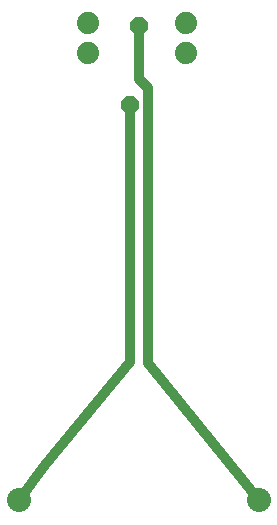
<source format=gtl>
G75*
G70*
%OFA0B0*%
%FSLAX24Y24*%
%IPPOS*%
%LPD*%
%AMOC8*
5,1,8,0,0,1.08239X$1,22.5*
%
%ADD10C,0.0740*%
%ADD11C,0.0800*%
%ADD12C,0.0320*%
%ADD13OC8,0.0591*%
D10*
X005772Y021324D03*
X005772Y022324D03*
X009032Y022324D03*
X009032Y021324D03*
D11*
X003462Y006419D03*
X011462Y006419D03*
D12*
X007777Y010990D01*
X007777Y020179D01*
X007482Y020474D01*
X007482Y022246D01*
X007187Y019588D02*
X007187Y011025D01*
X004352Y007600D01*
X003462Y006419D01*
D13*
X007187Y019588D03*
X007482Y022246D03*
M02*

</source>
